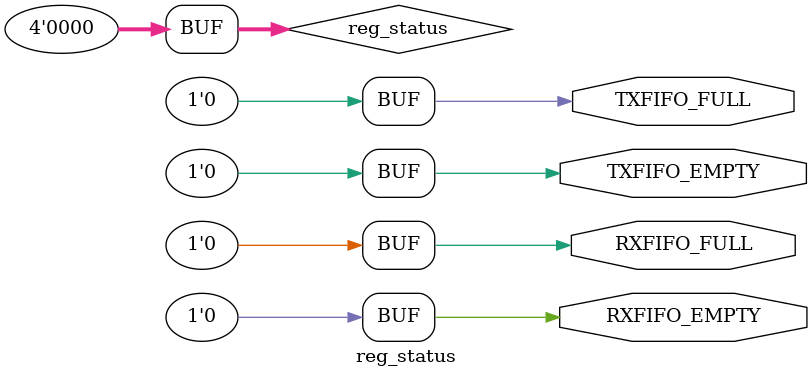
<source format=sv>
`timescale 1ns / 1ps

module reg_status #(parameter WIDTH = 4)(
                  //    input  wire                         PSEL,       
                      output wire                         TXFIFO_FULL,
                      output wire                         TXFIFO_EMPTY,
                      output wire                         RXFIFO_FULL,
                      output wire                         RXFIFO_EMPTY );

reg [WIDTH-1:0] reg_status = 'b0;
assign TXFIFO_FULL = reg_status[0];
assign TXFIFO_EMPTY = reg_status[1];
assign RXFIFO_FULL = reg_status[2];
assign RXFIFO_EMPTY = reg_status[2];

endmodule

</source>
